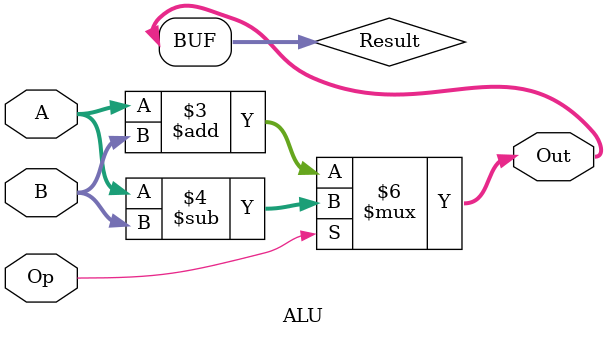
<source format=v>
`timescale 1ns / 1ps
module ALU(
    input [15:0] A,
    input [15:0] B,
    output [15:0] Out,
    input Op
    );
reg [15:0] Result;
assign Out = Result;

always @ (A or B or Op)
if (Op == 0)
	Result = A + B;
else
	Result = A - B;
endmodule

</source>
